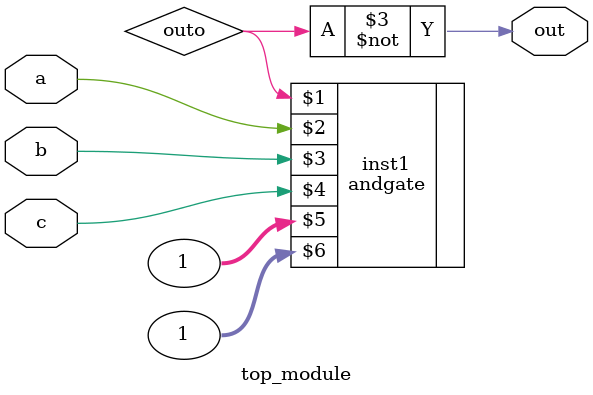
<source format=v>
module top_module (input a, input b, input c, output out);
wire outo;
    andgate inst1 ( outo,a,b,c,1,1 );
assign out=~outo;
endmodule

</source>
